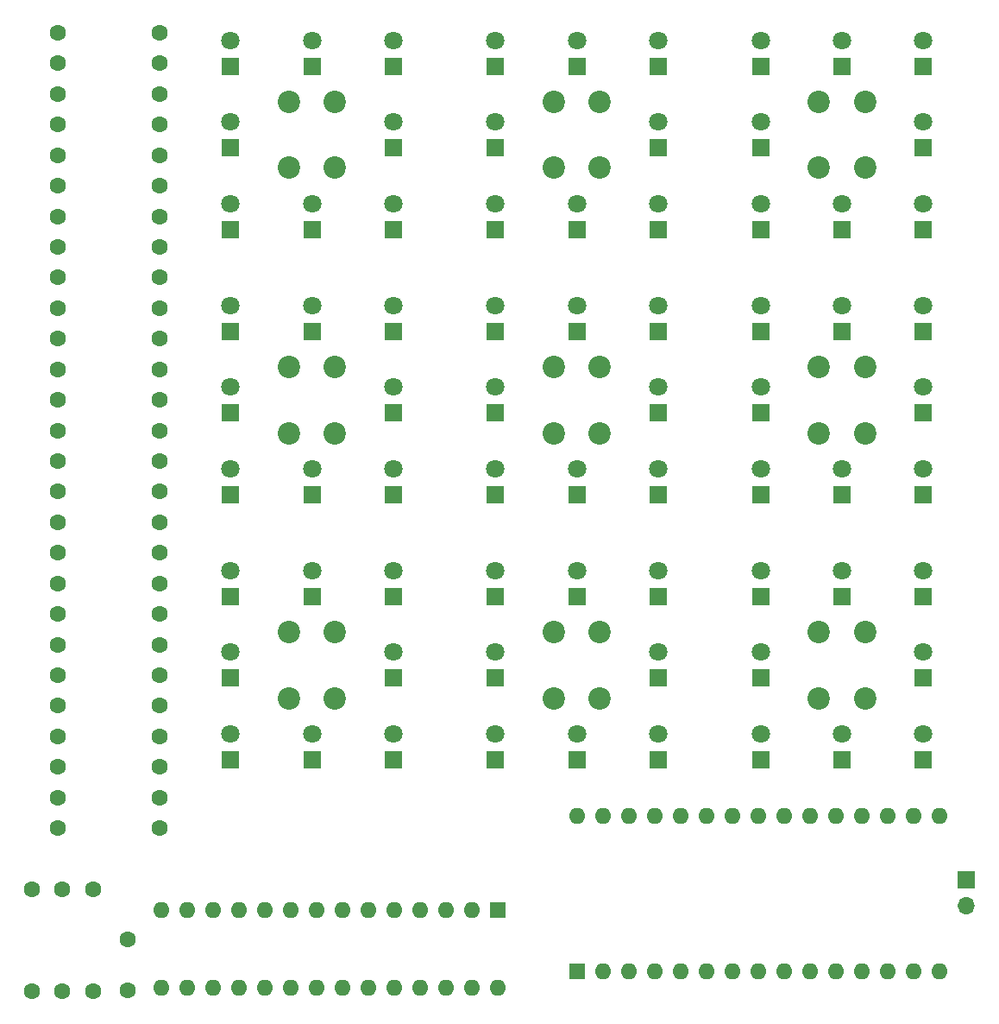
<source format=gbr>
%TF.GenerationSoftware,KiCad,Pcbnew,(5.1.9)-1*%
%TF.CreationDate,2021-03-23T14:53:16-04:00*%
%TF.ProjectId,TicTacToe,54696354-6163-4546-9f65-2e6b69636164,rev?*%
%TF.SameCoordinates,Original*%
%TF.FileFunction,Soldermask,Top*%
%TF.FilePolarity,Negative*%
%FSLAX46Y46*%
G04 Gerber Fmt 4.6, Leading zero omitted, Abs format (unit mm)*
G04 Created by KiCad (PCBNEW (5.1.9)-1) date 2021-03-23 14:53:16*
%MOMM*%
%LPD*%
G01*
G04 APERTURE LIST*
%ADD10O,1.700000X1.700000*%
%ADD11R,1.700000X1.700000*%
%ADD12C,1.600000*%
%ADD13R,1.800000X1.800000*%
%ADD14C,1.800000*%
%ADD15C,2.200000*%
%ADD16R,1.600000X1.600000*%
%ADD17O,1.600000X1.600000*%
G04 APERTURE END LIST*
D10*
%TO.C,J1*%
X146200000Y-139640000D03*
D11*
X146200000Y-137100000D03*
%TD*%
D12*
%TO.C,C1*%
X63870000Y-142890000D03*
X63870000Y-147890000D03*
%TD*%
D13*
%TO.C,D101*%
X74000000Y-57270000D03*
D14*
X74000000Y-54730000D03*
%TD*%
D13*
%TO.C,D102*%
X90000000Y-57270000D03*
D14*
X90000000Y-54730000D03*
%TD*%
%TO.C,D103*%
X90000000Y-70730000D03*
D13*
X90000000Y-73270000D03*
%TD*%
%TO.C,D104*%
X74000000Y-73270000D03*
D14*
X74000000Y-70730000D03*
%TD*%
%TO.C,D105*%
X82000000Y-54730000D03*
D13*
X82000000Y-57270000D03*
%TD*%
%TO.C,D106*%
X90000000Y-65270000D03*
D14*
X90000000Y-62730000D03*
%TD*%
%TO.C,D107*%
X82000000Y-70730000D03*
D13*
X82000000Y-73270000D03*
%TD*%
%TO.C,D108*%
X74000000Y-65270000D03*
D14*
X74000000Y-62730000D03*
%TD*%
%TO.C,D201*%
X100000000Y-54730000D03*
D13*
X100000000Y-57270000D03*
%TD*%
%TO.C,D202*%
X116000000Y-57270000D03*
D14*
X116000000Y-54730000D03*
%TD*%
D13*
%TO.C,D203*%
X116000000Y-73270000D03*
D14*
X116000000Y-70730000D03*
%TD*%
D13*
%TO.C,D204*%
X100000000Y-73270000D03*
D14*
X100000000Y-70730000D03*
%TD*%
%TO.C,D205*%
X108000000Y-54730000D03*
D13*
X108000000Y-57270000D03*
%TD*%
%TO.C,D206*%
X116000000Y-65270000D03*
D14*
X116000000Y-62730000D03*
%TD*%
%TO.C,D207*%
X108000000Y-70730000D03*
D13*
X108000000Y-73270000D03*
%TD*%
%TO.C,D208*%
X100000000Y-65270000D03*
D14*
X100000000Y-62730000D03*
%TD*%
%TO.C,D301*%
X126000000Y-54730000D03*
D13*
X126000000Y-57270000D03*
%TD*%
%TO.C,D302*%
X142000000Y-57270000D03*
D14*
X142000000Y-54730000D03*
%TD*%
%TO.C,D303*%
X142000000Y-70730000D03*
D13*
X142000000Y-73270000D03*
%TD*%
%TO.C,D304*%
X126000000Y-73270000D03*
D14*
X126000000Y-70730000D03*
%TD*%
%TO.C,D305*%
X134000000Y-54730000D03*
D13*
X134000000Y-57270000D03*
%TD*%
%TO.C,D306*%
X142000000Y-65270000D03*
D14*
X142000000Y-62730000D03*
%TD*%
%TO.C,D307*%
X134000000Y-70730000D03*
D13*
X134000000Y-73270000D03*
%TD*%
D14*
%TO.C,D308*%
X126000000Y-62730000D03*
D13*
X126000000Y-65270000D03*
%TD*%
D14*
%TO.C,D401*%
X74000000Y-80730000D03*
D13*
X74000000Y-83270000D03*
%TD*%
%TO.C,D402*%
X90000000Y-83270000D03*
D14*
X90000000Y-80730000D03*
%TD*%
%TO.C,D403*%
X90000000Y-96730000D03*
D13*
X90000000Y-99270000D03*
%TD*%
%TO.C,D404*%
X74000000Y-99270000D03*
D14*
X74000000Y-96730000D03*
%TD*%
%TO.C,D405*%
X82000000Y-80730000D03*
D13*
X82000000Y-83270000D03*
%TD*%
%TO.C,D406*%
X90000000Y-91270000D03*
D14*
X90000000Y-88730000D03*
%TD*%
%TO.C,D407*%
X82000000Y-96730000D03*
D13*
X82000000Y-99270000D03*
%TD*%
%TO.C,D408*%
X74000000Y-91270000D03*
D14*
X74000000Y-88730000D03*
%TD*%
%TO.C,D501*%
X100000000Y-80730000D03*
D13*
X100000000Y-83270000D03*
%TD*%
%TO.C,D502*%
X116000000Y-83270000D03*
D14*
X116000000Y-80730000D03*
%TD*%
D13*
%TO.C,D503*%
X116000000Y-99270000D03*
D14*
X116000000Y-96730000D03*
%TD*%
%TO.C,D504*%
X100000000Y-96730000D03*
D13*
X100000000Y-99270000D03*
%TD*%
%TO.C,D505*%
X108000000Y-83270000D03*
D14*
X108000000Y-80730000D03*
%TD*%
%TO.C,D506*%
X116000000Y-88730000D03*
D13*
X116000000Y-91270000D03*
%TD*%
%TO.C,D507*%
X108000000Y-99270000D03*
D14*
X108000000Y-96730000D03*
%TD*%
%TO.C,D508*%
X100000000Y-88730000D03*
D13*
X100000000Y-91270000D03*
%TD*%
%TO.C,D601*%
X126000000Y-83270000D03*
D14*
X126000000Y-80730000D03*
%TD*%
%TO.C,D602*%
X142000000Y-80730000D03*
D13*
X142000000Y-83270000D03*
%TD*%
%TO.C,D603*%
X142000000Y-99270000D03*
D14*
X142000000Y-96730000D03*
%TD*%
%TO.C,D604*%
X126000000Y-96730000D03*
D13*
X126000000Y-99270000D03*
%TD*%
%TO.C,D605*%
X134000000Y-83270000D03*
D14*
X134000000Y-80730000D03*
%TD*%
%TO.C,D606*%
X142000000Y-88730000D03*
D13*
X142000000Y-91270000D03*
%TD*%
%TO.C,D607*%
X134000000Y-99270000D03*
D14*
X134000000Y-96730000D03*
%TD*%
%TO.C,D608*%
X126000000Y-88730000D03*
D13*
X126000000Y-91270000D03*
%TD*%
%TO.C,D701*%
X74000000Y-109270000D03*
D14*
X74000000Y-106730000D03*
%TD*%
%TO.C,D702*%
X90000000Y-106730000D03*
D13*
X90000000Y-109270000D03*
%TD*%
%TO.C,D703*%
X90000000Y-125270000D03*
D14*
X90000000Y-122730000D03*
%TD*%
%TO.C,D704*%
X74000000Y-122730000D03*
D13*
X74000000Y-125270000D03*
%TD*%
D14*
%TO.C,D705*%
X82000000Y-106730000D03*
D13*
X82000000Y-109270000D03*
%TD*%
D14*
%TO.C,D706*%
X90000000Y-114730000D03*
D13*
X90000000Y-117270000D03*
%TD*%
D14*
%TO.C,D707*%
X82000000Y-122730000D03*
D13*
X82000000Y-125270000D03*
%TD*%
%TO.C,D708*%
X74000000Y-117270000D03*
D14*
X74000000Y-114730000D03*
%TD*%
%TO.C,D801*%
X100000000Y-106730000D03*
D13*
X100000000Y-109270000D03*
%TD*%
%TO.C,D802*%
X116000000Y-109270000D03*
D14*
X116000000Y-106730000D03*
%TD*%
%TO.C,D803*%
X116000000Y-122730000D03*
D13*
X116000000Y-125270000D03*
%TD*%
%TO.C,D804*%
X100000000Y-125270000D03*
D14*
X100000000Y-122730000D03*
%TD*%
%TO.C,D805*%
X108000000Y-106730000D03*
D13*
X108000000Y-109270000D03*
%TD*%
%TO.C,D806*%
X116000000Y-117270000D03*
D14*
X116000000Y-114730000D03*
%TD*%
%TO.C,D807*%
X108000000Y-122730000D03*
D13*
X108000000Y-125270000D03*
%TD*%
%TO.C,D808*%
X100000000Y-117270000D03*
D14*
X100000000Y-114730000D03*
%TD*%
%TO.C,D901*%
X126000000Y-106730000D03*
D13*
X126000000Y-109270000D03*
%TD*%
%TO.C,D902*%
X142000000Y-109270000D03*
D14*
X142000000Y-106730000D03*
%TD*%
%TO.C,D903*%
X142000000Y-122730000D03*
D13*
X142000000Y-125270000D03*
%TD*%
%TO.C,D904*%
X126000000Y-125270000D03*
D14*
X126000000Y-122730000D03*
%TD*%
%TO.C,D905*%
X134000000Y-106730000D03*
D13*
X134000000Y-109270000D03*
%TD*%
%TO.C,D906*%
X142000000Y-117270000D03*
D14*
X142000000Y-114730000D03*
%TD*%
%TO.C,D907*%
X134000000Y-122730000D03*
D13*
X134000000Y-125270000D03*
%TD*%
%TO.C,D908*%
X126000000Y-117270000D03*
D14*
X126000000Y-114730000D03*
%TD*%
D12*
%TO.C,R1*%
X67000000Y-54000000D03*
X57000000Y-54000000D03*
%TD*%
%TO.C,R2*%
X67000000Y-63000000D03*
X57000000Y-63000000D03*
%TD*%
%TO.C,R3*%
X67000000Y-72000000D03*
X57000000Y-72000000D03*
%TD*%
%TO.C,R4*%
X57000000Y-81000000D03*
X67000000Y-81000000D03*
%TD*%
%TO.C,R5*%
X67000000Y-90000000D03*
X57000000Y-90000000D03*
%TD*%
%TO.C,R6*%
X57000000Y-99000000D03*
X67000000Y-99000000D03*
%TD*%
%TO.C,R7*%
X67000000Y-108000000D03*
X57000000Y-108000000D03*
%TD*%
%TO.C,R8*%
X57000000Y-117000000D03*
X67000000Y-117000000D03*
%TD*%
%TO.C,R9*%
X67000000Y-126000000D03*
X57000000Y-126000000D03*
%TD*%
%TO.C,R10*%
X60500000Y-148010000D03*
X60500000Y-138010000D03*
%TD*%
%TO.C,R11*%
X57500000Y-138010000D03*
X57500000Y-148010000D03*
%TD*%
%TO.C,R12*%
X54500000Y-138010000D03*
X54500000Y-148010000D03*
%TD*%
%TO.C,R101*%
X57000000Y-57000000D03*
X67000000Y-57000000D03*
%TD*%
%TO.C,R102*%
X67000000Y-60000000D03*
X57000000Y-60000000D03*
%TD*%
%TO.C,R201*%
X67000000Y-66000000D03*
X57000000Y-66000000D03*
%TD*%
%TO.C,R202*%
X57000000Y-69000000D03*
X67000000Y-69000000D03*
%TD*%
%TO.C,R301*%
X57000000Y-75000000D03*
X67000000Y-75000000D03*
%TD*%
%TO.C,R302*%
X67000000Y-78000000D03*
X57000000Y-78000000D03*
%TD*%
%TO.C,R401*%
X57000000Y-84000000D03*
X67000000Y-84000000D03*
%TD*%
%TO.C,R402*%
X67000000Y-87000000D03*
X57000000Y-87000000D03*
%TD*%
%TO.C,R501*%
X67000000Y-93000000D03*
X57000000Y-93000000D03*
%TD*%
%TO.C,R502*%
X57000000Y-96000000D03*
X67000000Y-96000000D03*
%TD*%
%TO.C,R601*%
X67000000Y-102000000D03*
X57000000Y-102000000D03*
%TD*%
%TO.C,R602*%
X57000000Y-105000000D03*
X67000000Y-105000000D03*
%TD*%
%TO.C,R701*%
X67000000Y-111000000D03*
X57000000Y-111000000D03*
%TD*%
%TO.C,R702*%
X57000000Y-114000000D03*
X67000000Y-114000000D03*
%TD*%
%TO.C,R801*%
X57000000Y-120000000D03*
X67000000Y-120000000D03*
%TD*%
%TO.C,R802*%
X67000000Y-123000000D03*
X57000000Y-123000000D03*
%TD*%
%TO.C,R901*%
X67000000Y-129000000D03*
X57000000Y-129000000D03*
%TD*%
%TO.C,R902*%
X67000000Y-132000000D03*
X57000000Y-132000000D03*
%TD*%
D15*
%TO.C,SW1*%
X79750000Y-67250000D03*
X79750000Y-60750000D03*
X84250000Y-67250000D03*
X84250000Y-60750000D03*
%TD*%
%TO.C,SW2*%
X105750000Y-67250000D03*
X105750000Y-60750000D03*
X110250000Y-67250000D03*
X110250000Y-60750000D03*
%TD*%
%TO.C,SW3*%
X136250000Y-60750000D03*
X136250000Y-67250000D03*
X131750000Y-60750000D03*
X131750000Y-67250000D03*
%TD*%
%TO.C,SW4*%
X79750000Y-93250000D03*
X79750000Y-86750000D03*
X84250000Y-93250000D03*
X84250000Y-86750000D03*
%TD*%
%TO.C,SW5*%
X110250000Y-86750000D03*
X110250000Y-93250000D03*
X105750000Y-86750000D03*
X105750000Y-93250000D03*
%TD*%
%TO.C,SW6*%
X131750000Y-93250000D03*
X131750000Y-86750000D03*
X136250000Y-93250000D03*
X136250000Y-86750000D03*
%TD*%
%TO.C,SW7*%
X84250000Y-112750000D03*
X84250000Y-119250000D03*
X79750000Y-112750000D03*
X79750000Y-119250000D03*
%TD*%
%TO.C,SW8*%
X110250000Y-112750000D03*
X110250000Y-119250000D03*
X105750000Y-112750000D03*
X105750000Y-119250000D03*
%TD*%
%TO.C,SW9*%
X131750000Y-119250000D03*
X131750000Y-112750000D03*
X136250000Y-119250000D03*
X136250000Y-112750000D03*
%TD*%
D16*
%TO.C,U1*%
X108000000Y-146000000D03*
D17*
X141020000Y-130760000D03*
X110540000Y-146000000D03*
X138480000Y-130760000D03*
X113080000Y-146000000D03*
X135940000Y-130760000D03*
X115620000Y-146000000D03*
X133400000Y-130760000D03*
X118160000Y-146000000D03*
X130860000Y-130760000D03*
X120700000Y-146000000D03*
X128320000Y-130760000D03*
X123240000Y-146000000D03*
X125780000Y-130760000D03*
X125780000Y-146000000D03*
X123240000Y-130760000D03*
X128320000Y-146000000D03*
X120700000Y-130760000D03*
X130860000Y-146000000D03*
X118160000Y-130760000D03*
X133400000Y-146000000D03*
X115620000Y-130760000D03*
X135940000Y-146000000D03*
X113080000Y-130760000D03*
X138480000Y-146000000D03*
X110540000Y-130760000D03*
X141020000Y-146000000D03*
X108000000Y-130760000D03*
X143560000Y-146000000D03*
X143560000Y-130760000D03*
%TD*%
D16*
%TO.C,U2*%
X100250000Y-140010000D03*
D17*
X67230000Y-147630000D03*
X97710000Y-140010000D03*
X69770000Y-147630000D03*
X95170000Y-140010000D03*
X72310000Y-147630000D03*
X92630000Y-140010000D03*
X74850000Y-147630000D03*
X90090000Y-140010000D03*
X77390000Y-147630000D03*
X87550000Y-140010000D03*
X79930000Y-147630000D03*
X85010000Y-140010000D03*
X82470000Y-147630000D03*
X82470000Y-140010000D03*
X85010000Y-147630000D03*
X79930000Y-140010000D03*
X87550000Y-147630000D03*
X77390000Y-140010000D03*
X90090000Y-147630000D03*
X74850000Y-140010000D03*
X92630000Y-147630000D03*
X72310000Y-140010000D03*
X95170000Y-147630000D03*
X69770000Y-140010000D03*
X97710000Y-147630000D03*
X67230000Y-140010000D03*
X100250000Y-147630000D03*
%TD*%
M02*

</source>
